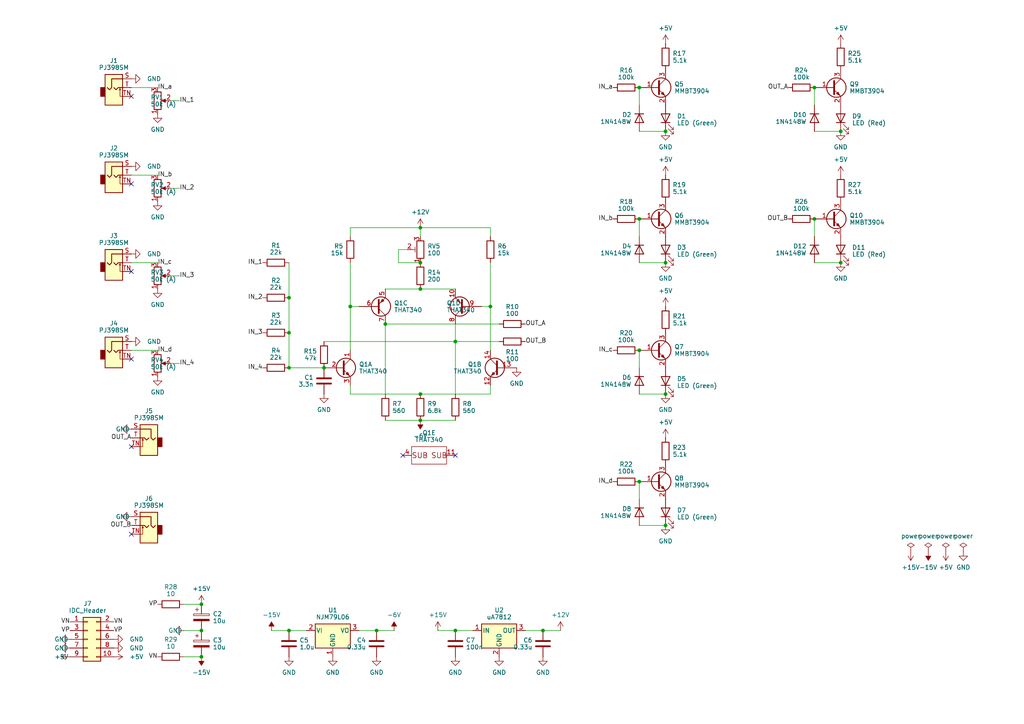
<source format=kicad_sch>
(kicad_sch (version 20211123) (generator "elektron")
  (paper "A4")
  (title_block (title "cp3") (date "26-07-2023") (rev "1") (comment 1 "main circuit") (comment 2 "Moog like discrete mixer") (comment 4 "License CC BY 4.0 - Attribution 4.0 International"))
  (label "IN_1" (at 76.2 76.2 180))
  (symbol (lib_id "Device:R") (at 80.01 76.2 90) (unit 1)
    (property "Reference" "R1" (at 80.01 71.18 -90))
    (property "Value" "22k" (at 80.01 73.18 -90))
    (property "Footprint" Resistor_SMD:R_0805_2012Metric_Pad1.20x1.40mm_HandSolder (effects (hide yes) hide))
    (property "Description" "Resistor" (effects (hide yes)))
    (property "ki_keywords" "R res resistor" (effects (hide yes)))
    (property "ki_fp_filters" "R_*" (effects (hide yes)))
  )
  (wire (pts (xy 83.82 76.2) (xy 83.82 86.36)))
  (junction (at 83.82 86.36))
  (symbol (lib_id "Device:R") (at 80.01 86.36 270) (unit 1)
    (property "Reference" "R2" (at 80.01 81.34 -270))
    (property "Value" "22k" (at 80.01 83.34 -270))
    (property "Footprint" Resistor_SMD:R_0805_2012Metric_Pad1.20x1.40mm_HandSolder (effects (hide yes) hide))
    (property "Description" "Resistor" (effects (hide yes)))
    (property "ki_keywords" "R res resistor" (effects (hide yes)))
    (property "ki_fp_filters" "R_*" (effects (hide yes)))
  )
  (label "IN_2" (at 76.2 86.36 180))
  (wire (pts (xy 83.82 86.36) (xy 83.82 96.52)))
  (junction (at 83.82 96.52))
  (symbol (lib_id "Device:R") (at 80.01 96.52 270) (unit 1)
    (property "Reference" "R3" (at 80.01 91.5 -270))
    (property "Value" "22k" (at 80.01 93.5 -270))
    (property "Footprint" Resistor_SMD:R_0805_2012Metric_Pad1.20x1.40mm_HandSolder (effects (hide yes) hide))
    (property "Description" "Resistor" (effects (hide yes)))
    (property "ki_keywords" "R res resistor" (effects (hide yes)))
    (property "ki_fp_filters" "R_*" (effects (hide yes)))
  )
  (label "IN_3" (at 76.2 96.52 180))
  (wire (pts (xy 83.82 96.52) (xy 83.82 106.68)))
  (junction (at 83.82 106.68))
  (symbol (lib_id "Device:R") (at 80.01 106.68 270) (unit 1)
    (property "Reference" "R4" (at 80.01 101.66 -270))
    (property "Value" "22k" (at 80.01 103.66 -270))
    (property "Footprint" Resistor_SMD:R_0805_2012Metric_Pad1.20x1.40mm_HandSolder (effects (hide yes) hide))
    (property "Description" "Resistor" (effects (hide yes)))
    (property "ki_keywords" "R res resistor" (effects (hide yes)))
    (property "ki_fp_filters" "R_*" (effects (hide yes)))
  )
  (label "IN_4" (at 76.2 106.68 180))
  (wire (pts (xy 83.82 106.68) (xy 93.98 106.68)))
  (junction (at 93.98 106.68))
  (symbol (lib_id "elektrophon:THAT340") (at 99.06 106.68 0) (unit 1)
    (property "Reference" "Q1" (at 104.12 105.68 0) (effects (justify left)))
    (property "Value" "THAT340" (at 104.12 107.68 0) (effects (justify left)))
    (property "Footprint" SOIC-14_3.9x8.7mm_P1.27mm (effects hide))
    (property "ki_fp_filters" "DIP-14 SOIC-14" (effects hide))
    (property "Spice_Netlist_Enabled" "Y" (effects hide))
    (property "Spice_Primitive" "X" (effects hide))
    (property "Spice_Model" "THAT340" (effects hide))
  )
  (wire (pts (xy 101.6 101.6) (xy 101.6 88.9)))
  (junction (at 101.6 88.9))
  (wire (pts (xy 101.6 88.9) (xy 101.6 76.2)))
  (symbol (lib_id "Device:R") (at 101.6 72.39 180) (unit 1)
    (property "Reference" "R5" (at 99.58 71.39 0) (effects (justify left)))
    (property "Value" "15k" (at 99.58 73.39 0) (effects (justify left)))
    (property "Footprint" Resistor_SMD:R_0805_2012Metric_Pad1.20x1.40mm_HandSolder (effects (hide yes) hide))
    (property "Description" "Resistor" (effects (hide yes)))
    (property "ki_keywords" "R res resistor" (effects (hide yes)))
    (property "ki_fp_filters" "R_*" (effects (hide yes)))
  )
  (wire (pts (xy 101.6 68.58) (xy 101.6 66.04)))
  (wire (pts (xy 101.6 66.04) (xy 121.92 66.04)))
  (junction (at 121.92 66.04))
  (symbol (lib_id "power:+12V") (at 121.92 66.04 0) (unit 1)
    (property "Reference" "+12V" (effects (hide yes)))
    (property "Value" "+12V" (at 121.92 61.5 0))
    (property "Description" "Power symbol creates a global label with name \"+12V\"" (effects (hide yes)))
    (property "ki_keywords" "global power" (effects (hide yes)))
  )
  (wire (pts (xy 101.6 88.9) (xy 104.14 88.9)))
  (symbol (lib_id "elektrophon:THAT340") (at 109.22 88.9 0) (unit 3)
    (property "Reference" "Q1" (at 114.28 87.9 0) (effects (justify left)))
    (property "Value" "THAT340" (at 114.28 89.9 0) (effects (justify left)))
    (property "Footprint" SOIC-14_3.9x8.7mm_P1.27mm (effects hide))
    (property "ki_fp_filters" "DIP-14 SOIC-14" (effects hide))
    (property "Spice_Primitive" "X" (effects hide))
    (property "Spice_Netlist_Enabled" "Y" (effects hide))
    (property "Spice_Model" "THAT340" (effects hide))
  )
  (junction (at 111.76 93.98))
  (wire (pts (xy 111.76 93.98) (xy 111.76 114.3)))
  (symbol (lib_id "Device:R") (at 111.76 118.11 0) (unit 1)
    (property "Reference" "R7" (at 113.78 117.11 0) (effects (justify left)))
    (property "Value" "560" (at 113.78 119.11 0) (effects (justify left)))
    (property "Footprint" Resistor_SMD:R_0805_2012Metric_Pad1.20x1.40mm_HandSolder (effects (hide yes) hide))
    (property "Description" "Resistor" (effects (hide yes)))
    (property "ki_keywords" "R res resistor" (effects (hide yes)))
    (property "ki_fp_filters" "R_*" (effects (hide yes)))
  )
  (wire (pts (xy 111.76 83.82) (xy 121.92 83.82)))
  (symbol (lib_id "Device:R") (at 121.92 80.01 180) (unit 1)
    (property "Reference" "R14" (at 123.94 79.00999999999999 0) (effects (justify right)))
    (property "Value" "200" (at 123.94 81.00999999999999 0) (effects (justify right)))
    (property "Footprint" Resistor_SMD:R_0805_2012Metric_Pad1.20x1.40mm_HandSolder (effects (hide yes) hide))
    (property "Description" "Resistor" (effects (hide yes)))
    (property "ki_keywords" "R res resistor" (effects (hide yes)))
    (property "ki_fp_filters" "R_*" (effects (hide yes)))
  )
  (junction (at 121.92 76.2))
  (symbol (lib_id "Device:R_Potentiometer_Trim") (at 121.92 72.39 180) (unit 1)
    (property "Reference" "RV5" (at 123.94 71.39 0) (effects (justify right)))
    (property "Value" "100" (at 123.94 73.39 0) (effects (justify right)))
    (property "Footprint" Potentiometer_THT:Potentiometer_Bourns_3299W_Vertical (effects (hide yes) hide))
    (property "Description" "Trim-potentiometer" (effects (hide yes)))
    (property "ki_keywords" "resistor variable trimpot trimmer" (effects (hide yes)))
    (property "ki_fp_filters" "Potentiometer*" (effects (hide yes)))
    (property "Spice_Primitive" "X" (effects hide))
    (property "Spice_Model" "Potentiometer" (effects hide))
  )
  (wire (pts (xy 118.11 72.39) (xy 115.57 72.39)))
  (wire (pts (xy 115.57 72.39) (xy 115.57 76.2)))
  (wire (pts (xy 115.57 76.2) (xy 121.92 76.2)))
  (wire (pts (xy 121.92 68.58) (xy 121.92 66.04)))
  (wire (pts (xy 121.92 66.04) (xy 142.24 66.04)))
  (wire (pts (xy 142.24 66.04) (xy 142.24 68.58)))
  (symbol (lib_id "Device:R") (at 142.24 72.39 0) (unit 1)
    (property "Reference" "R6" (at 144.26 71.39 0) (effects (justify left)))
    (property "Value" "15k" (at 144.26 73.39 0) (effects (justify left)))
    (property "Footprint" Resistor_SMD:R_0805_2012Metric_Pad1.20x1.40mm_HandSolder (effects (hide yes) hide))
    (property "Description" "Resistor" (effects (hide yes)))
    (property "ki_keywords" "R res resistor" (effects (hide yes)))
    (property "ki_fp_filters" "R_*" (effects (hide yes)))
  )
  (wire (pts (xy 142.24 76.2) (xy 142.24 88.9)))
  (junction (at 142.24 88.9))
  (wire (pts (xy 142.24 88.9) (xy 139.7 88.9)))
  (symbol (lib_id "elektrophon:THAT340") (at 134.62 88.9 0) (mirror y) (unit 4)
    (property "Reference" "Q1" (at 129.56 87.9 0) (effects (justify right)))
    (property "Value" "THAT340" (at 129.56 89.9 0) (effects (justify right)))
    (property "Footprint" SOIC-14_3.9x8.7mm_P1.27mm (effects hide))
    (property "ki_fp_filters" "DIP-14 SOIC-14" (effects hide))
    (property "Spice_Primitive" "X" (effects hide))
    (property "Spice_Model" "THAT340" (effects hide))
    (property "Spice_Netlist_Enabled" "Y" (effects hide))
  )
  (wire (pts (xy 132.08 83.82) (xy 121.92 83.82)))
  (junction (at 121.92 83.82))
  (wire (pts (xy 142.24 88.9) (xy 142.24 101.6)))
  (symbol (lib_id "elektrophon:THAT340") (at 144.78 106.68 180) (mirror x) (unit 2)
    (property "Reference" "Q1" (at 139.72 105.68 0) (effects (justify left)))
    (property "Value" "THAT340" (at 139.72 107.68 0) (effects (justify left)))
    (property "Footprint" SOIC-14_3.9x8.7mm_P1.27mm (effects hide))
    (property "ki_fp_filters" "DIP-14 SOIC-14" (effects hide))
    (property "Spice_Model" "THAT340" (effects hide))
    (property "Spice_Netlist_Enabled" "Y" (effects hide))
    (property "Spice_Primitive" "X" (effects hide))
  )
  (symbol (lib_id "power:GND") (at 149.86 106.68 0) (unit 1)
    (property "Reference" "GND" (effects (hide yes)))
    (property "Value" "GND" (at 149.86 111.22 0))
    (property "Description" "Power symbol creates a global label with name \"GND\" , ground" (effects (hide yes)))
    (property "ki_keywords" "global power" (effects (hide yes)))
  )
  (wire (pts (xy 142.24 111.76) (xy 142.24 114.3)))
  (wire (pts (xy 142.24 114.3) (xy 121.92 114.3)))
  (junction (at 121.92 114.3))
  (wire (pts (xy 121.92 114.3) (xy 101.6 114.3)))
  (wire (pts (xy 101.6 114.3) (xy 101.6 111.76)))
  (symbol (lib_id "Device:R") (at 121.92 118.11 0) (unit 1)
    (property "Reference" "R9" (at 123.94 117.11 0) (effects (justify left)))
    (property "Value" "6.8k" (at 123.94 119.11 0) (effects (justify left)))
    (property "Footprint" Resistor_SMD:R_0805_2012Metric_Pad1.20x1.40mm_HandSolder (effects (hide yes) hide))
    (property "Description" "Resistor" (effects (hide yes)))
    (property "ki_keywords" "R res resistor" (effects (hide yes)))
    (property "ki_fp_filters" "R_*" (effects (hide yes)))
  )
  (junction (at 121.92 121.92))
  (symbol (lib_id "power:-6V") (at 121.92 121.92 180) (unit 1)
    (property "Reference" "-6V" (effects (hide yes)))
    (property "Value" "-6V" (at 121.92 126.46 0))
    (property "Description" "Power symbol creates a global label with name \"-6V\"" (effects (hide yes)))
    (property "ki_keywords" "global power" (effects (hide yes)))
  )
  (wire (pts (xy 132.08 93.98) (xy 132.08 99.06)))
  (junction (at 132.08 99.06))
  (wire (pts (xy 132.08 99.06) (xy 132.08 114.3)))
  (symbol (lib_id "Device:R") (at 132.08 118.11 0) (unit 1)
    (property "Reference" "R8" (at 134.1 117.11 0) (effects (justify left)))
    (property "Value" "560" (at 134.1 119.11 0) (effects (justify left)))
    (property "Footprint" Resistor_SMD:R_0805_2012Metric_Pad1.20x1.40mm_HandSolder (effects (hide yes) hide))
    (property "Description" "Resistor" (effects (hide yes)))
    (property "ki_keywords" "R res resistor" (effects (hide yes)))
    (property "ki_fp_filters" "R_*" (effects (hide yes)))
  )
  (wire (pts (xy 132.08 99.06) (xy 93.98 99.06)))
  (symbol (lib_id "Device:R") (at 93.98 102.87 0) (unit 1)
    (property "Reference" "R15" (at 91.96 101.87 0) (effects (justify right)))
    (property "Value" "47k" (at 91.96 103.87 0) (effects (justify right)))
    (property "Footprint" Resistor_SMD:R_0805_2012Metric_Pad1.20x1.40mm_HandSolder (effects (hide yes) hide))
    (property "Description" "Resistor" (effects (hide yes)))
    (property "ki_keywords" "R res resistor" (effects (hide yes)))
    (property "ki_fp_filters" "R_*" (effects (hide yes)))
  )
  (wire (pts (xy 93.98 106.68) (xy 93.98 106.68)))
  (symbol (lib_id "Device:C") (at 93.98 110.49 0) (unit 1)
    (property "Reference" "C1" (at 90.95 109.49000000000001 0) (effects (justify right)))
    (property "Value" "3.3n" (at 90.95 111.49000000000001 0) (effects (justify right)))
    (property "Footprint" Capacitor_SMD:C_0805_2012Metric_Pad1.18x1.45mm_HandSolder (effects (hide yes) hide))
    (property "Description" "Unpolarized capacitor" (effects (hide yes)))
    (property "ki_keywords" "cap capacitor" (effects (hide yes)))
    (property "ki_fp_filters" "C_*" (effects (hide yes)))
  )
  (symbol (lib_id "power:GND") (at 93.98 114.3 0) (unit 1)
    (property "Reference" "GND" (effects (hide yes)))
    (property "Value" "GND" (at 93.98 118.84 0))
    (property "Description" "Power symbol creates a global label with name \"GND\" , ground" (effects (hide yes)))
    (property "ki_keywords" "global power" (effects (hide yes)))
  )
  (wire (pts (xy 121.92 121.92) (xy 111.76 121.92)))
  (wire (pts (xy 121.92 121.92) (xy 132.08 121.92)))
  (wire (pts (xy 111.76 93.98) (xy 144.78 93.98)))
  (symbol (lib_id "Device:R") (at 148.59 93.98 90) (unit 1)
    (property "Reference" "R10" (at 148.59 88.96 -90))
    (property "Value" "100" (at 148.59 90.96 -90))
    (property "Footprint" Resistor_SMD:R_0805_2012Metric_Pad1.20x1.40mm_HandSolder (effects (hide yes) hide))
    (property "Description" "Resistor" (effects (hide yes)))
    (property "ki_keywords" "R res resistor" (effects (hide yes)))
    (property "ki_fp_filters" "R_*" (effects (hide yes)))
  )
  (label "OUT_A" (at 152.4 93.98 0))
  (wire (pts (xy 132.08 99.06) (xy 144.78 99.06)))
  (symbol (lib_id "Device:R") (at 148.59 99.06 90) (unit 1)
    (property "Reference" "R11" (at 148.59 102.08 90))
    (property "Value" "100" (at 148.59 104.08 90))
    (property "Footprint" Resistor_SMD:R_0805_2012Metric_Pad1.20x1.40mm_HandSolder (effects (hide yes) hide))
    (property "Description" "Resistor" (effects (hide yes)))
    (property "ki_keywords" "R res resistor" (effects (hide yes)))
    (property "ki_fp_filters" "R_*" (effects (hide yes)))
  )
  (label "OUT_B" (at 152.4 99.06 0))
  (symbol (lib_id "Connector_Audio:AudioJack2_SwitchT") (at 33.02 25.4 0) (unit 1)
    (property "Reference" "J1" (at 33.02 17.59 0))
    (property "Value" "PJ398SM" (at 33.02 19.59 0))
    (property "Footprint" elektrophon:Jack_3.5mm_WQP-PJ398SM_Vertical (effects (hide yes) hide))
    (property "Description" "Audio Jack, 2 Poles (Mono / TS), Switched T Pole (Normalling)" (effects (hide yes)))
    (property "ki_keywords" "audio jack receptacle mono headphones phone TS connector" (effects (hide yes)))
    (property "ki_fp_filters" "Jack*" (effects (hide yes)))
  )
  (symbol (lib_id "power:GND") (at 38.1 22.86 90) (unit 1)
    (property "Reference" "GND" (effects (hide yes)))
    (property "Value" "GND" (at 42.64 22.86 90) (effects (justify right)))
    (property "Description" "Power symbol creates a global label with name \"GND\" , ground" (effects (hide yes)))
    (property "ki_keywords" "global power" (effects (hide yes)))
  )
  (wire (pts (xy 38.1 25.4) (xy 40.64 25.4)))
  (wire (pts (xy 40.64 25.4) (xy 45.72 25.4)))
  (label "IN_a" (at 45.72 25.4 0))
  (symbol (lib_id "Device:R_Potentiometer") (at 45.72 29.21 180) (mirror y) (unit 1)
    (property "Reference" "RV1" (at 43.7 28.21 0) (effects (justify left)))
    (property "Value" "50k (A)" (at 43.7 30.21 0) (effects (justify left)))
    (property "Footprint" elektrophon:Potentiometer_Alpha_RD901F-40-00D_Single_Vertical (effects (hide yes) hide))
    (property "Description" "Potentiometer" (effects (hide yes)))
    (property "ki_keywords" "resistor variable" (effects (hide yes)))
    (property "ki_fp_filters" "Potentiometer*" (effects (hide yes)))
    (property "Spice_Model" "Potentiometer" (effects hide))
    (property "Spice_Primitive" "X" (effects hide))
  )
  (wire (pts (xy 49.53 29.21) (xy 52.07 29.21)))
  (label "IN_1" (at 52.07 29.21 0))
  (symbol (lib_id "power:GND") (at 45.72 33.02 0) (unit 1)
    (property "Reference" "GND" (effects (hide yes)))
    (property "Value" "GND" (at 45.72 37.56 0))
    (property "Description" "Power symbol creates a global label with name \"GND\" , ground" (effects (hide yes)))
    (property "ki_keywords" "global power" (effects (hide yes)))
  )
  (no_connect (at 38.1 27.94))
  (symbol (lib_id "Connector_Audio:AudioJack2_SwitchT") (at 33.02 50.8 0) (unit 1)
    (property "Reference" "J2" (at 33.02 42.99 0))
    (property "Value" "PJ398SM" (at 33.02 44.99 0))
    (property "Footprint" elektrophon:Jack_3.5mm_WQP-PJ398SM_Vertical (effects (hide yes) hide))
    (property "Description" "Audio Jack, 2 Poles (Mono / TS), Switched T Pole (Normalling)" (effects (hide yes)))
    (property "ki_keywords" "audio jack receptacle mono headphones phone TS connector" (effects (hide yes)))
    (property "ki_fp_filters" "Jack*" (effects (hide yes)))
  )
  (symbol (lib_id "power:GND") (at 38.1 48.26 90) (unit 1)
    (property "Reference" "GND" (effects (hide yes)))
    (property "Value" "GND" (at 42.64 48.26 90) (effects (justify right)))
    (property "Description" "Power symbol creates a global label with name \"GND\" , ground" (effects (hide yes)))
    (property "ki_keywords" "global power" (effects (hide yes)))
  )
  (wire (pts (xy 38.1 50.8) (xy 40.64 50.8)))
  (wire (pts (xy 40.64 50.8) (xy 45.72 50.8)))
  (label "IN_b" (at 45.72 50.8 0))
  (symbol (lib_id "Device:R_Potentiometer") (at 45.72 54.61 180) (mirror y) (unit 1)
    (property "Reference" "RV2" (at 43.7 53.61 0) (effects (justify left)))
    (property "Value" "50k (A)" (at 43.7 55.61 0) (effects (justify left)))
    (property "Footprint" elektrophon:Potentiometer_Alpha_RD901F-40-00D_Single_Vertical (effects (hide yes) hide))
    (property "Description" "Potentiometer" (effects (hide yes)))
    (property "ki_keywords" "resistor variable" (effects (hide yes)))
    (property "ki_fp_filters" "Potentiometer*" (effects (hide yes)))
    (property "Spice_Model" "Potentiometer" (effects hide))
    (property "Spice_Primitive" "X" (effects hide))
  )
  (wire (pts (xy 49.53 54.61) (xy 52.07 54.61)))
  (label "IN_2" (at 52.07 54.61 0))
  (symbol (lib_id "power:GND") (at 45.72 58.42 0) (unit 1)
    (property "Reference" "GND" (effects (hide yes)))
    (property "Value" "GND" (at 45.72 62.96 0))
    (property "Description" "Power symbol creates a global label with name \"GND\" , ground" (effects (hide yes)))
    (property "ki_keywords" "global power" (effects (hide yes)))
  )
  (no_connect (at 38.1 53.34))
  (symbol (lib_id "Connector_Audio:AudioJack2_SwitchT") (at 33.02 76.2 0) (unit 1)
    (property "Reference" "J3" (at 33.02 68.39 0))
    (property "Value" "PJ398SM" (at 33.02 70.39 0))
    (property "Footprint" elektrophon:Jack_3.5mm_WQP-PJ398SM_Vertical (effects (hide yes) hide))
    (property "Description" "Audio Jack, 2 Poles (Mono / TS), Switched T Pole (Normalling)" (effects (hide yes)))
    (property "ki_keywords" "audio jack receptacle mono headphones phone TS connector" (effects (hide yes)))
    (property "ki_fp_filters" "Jack*" (effects (hide yes)))
  )
  (symbol (lib_id "power:GND") (at 38.1 73.66 90) (unit 1)
    (property "Reference" "GND" (effects (hide yes)))
    (property "Value" "GND" (at 42.64 73.66 90) (effects (justify right)))
    (property "Description" "Power symbol creates a global label with name \"GND\" , ground" (effects (hide yes)))
    (property "ki_keywords" "global power" (effects (hide yes)))
  )
  (wire (pts (xy 38.1 76.2) (xy 40.64 76.2)))
  (wire (pts (xy 40.64 76.2) (xy 45.72 76.2)))
  (label "IN_c" (at 45.72 76.2 0))
  (symbol (lib_id "Device:R_Potentiometer") (at 45.72 80.01 180) (mirror y) (unit 1)
    (property "Reference" "RV3" (at 43.7 79.00999999999999 0) (effects (justify left)))
    (property "Value" "50k (A)" (at 43.7 81.00999999999999 0) (effects (justify left)))
    (property "Footprint" elektrophon:Potentiometer_Alpha_RD901F-40-00D_Single_Vertical (effects (hide yes) hide))
    (property "Description" "Potentiometer" (effects (hide yes)))
    (property "ki_keywords" "resistor variable" (effects (hide yes)))
    (property "ki_fp_filters" "Potentiometer*" (effects (hide yes)))
    (property "Spice_Model" "Potentiometer" (effects hide))
    (property "Spice_Primitive" "X" (effects hide))
  )
  (wire (pts (xy 49.53 80.01) (xy 52.07 80.01)))
  (label "IN_3" (at 52.07 80.01 0))
  (symbol (lib_id "power:GND") (at 45.72 83.82 0) (unit 1)
    (property "Reference" "GND" (effects (hide yes)))
    (property "Value" "GND" (at 45.72 88.36 0))
    (property "Description" "Power symbol creates a global label with name \"GND\" , ground" (effects (hide yes)))
    (property "ki_keywords" "global power" (effects (hide yes)))
  )
  (no_connect (at 38.1 78.74))
  (symbol (lib_id "Connector_Audio:AudioJack2_SwitchT") (at 33.02 101.6 0) (unit 1)
    (property "Reference" "J4" (at 33.02 93.79 0))
    (property "Value" "PJ398SM" (at 33.02 95.79 0))
    (property "Footprint" elektrophon:Jack_3.5mm_WQP-PJ398SM_Vertical (effects (hide yes) hide))
    (property "Description" "Audio Jack, 2 Poles (Mono / TS), Switched T Pole (Normalling)" (effects (hide yes)))
    (property "ki_keywords" "audio jack receptacle mono headphones phone TS connector" (effects (hide yes)))
    (property "ki_fp_filters" "Jack*" (effects (hide yes)))
  )
  (symbol (lib_id "power:GND") (at 38.1 99.06 90) (unit 1)
    (property "Reference" "GND" (effects (hide yes)))
    (property "Value" "GND" (at 42.64 99.06 90) (effects (justify right)))
    (property "Description" "Power symbol creates a global label with name \"GND\" , ground" (effects (hide yes)))
    (property "ki_keywords" "global power" (effects (hide yes)))
  )
  (wire (pts (xy 38.1 101.6) (xy 40.64 101.6)))
  (wire (pts (xy 40.64 101.6) (xy 45.72 101.6)))
  (label "IN_d" (at 45.72 101.6 0))
  (symbol (lib_id "Device:R_Potentiometer") (at 45.72 105.41 180) (mirror y) (unit 1)
    (property "Reference" "RV4" (at 43.7 104.41 0) (effects (justify left)))
    (property "Value" "50k (A)" (at 43.7 106.41 0) (effects (justify left)))
    (property "Footprint" elektrophon:Potentiometer_Alpha_RD901F-40-00D_Single_Vertical (effects (hide yes) hide))
    (property "Description" "Potentiometer" (effects (hide yes)))
    (property "ki_keywords" "resistor variable" (effects (hide yes)))
    (property "ki_fp_filters" "Potentiometer*" (effects (hide yes)))
    (property "Spice_Primitive" "X" (effects hide))
    (property "Spice_Model" "Potentiometer" (effects hide))
  )
  (wire (pts (xy 49.53 105.41) (xy 52.07 105.41)))
  (label "IN_4" (at 52.07 105.41 0))
  (symbol (lib_id "power:GND") (at 45.72 109.22 0) (unit 1)
    (property "Reference" "GND" (effects (hide yes)))
    (property "Value" "GND" (at 45.72 113.76 0))
    (property "Description" "Power symbol creates a global label with name \"GND\" , ground" (effects (hide yes)))
    (property "ki_keywords" "global power" (effects (hide yes)))
  )
  (no_connect (at 38.1 104.14))
  (symbol (lib_id "Connector_Audio:AudioJack2_SwitchT") (at 43.18 127 0) (mirror y) (unit 1)
    (property "Reference" "J5" (at 43.18 119.19 0))
    (property "Value" "PJ398SM" (at 43.18 121.19 0))
    (property "Footprint" elektrophon:Jack_3.5mm_WQP-PJ398SM_Vertical (effects (hide yes) hide))
    (property "Description" "Audio Jack, 2 Poles (Mono / TS), Switched T Pole (Normalling)" (effects (hide yes)))
    (property "ki_keywords" "audio jack receptacle mono headphones phone TS connector" (effects (hide yes)))
    (property "ki_fp_filters" "Jack*" (effects (hide yes)))
  )
  (symbol (lib_id "power:GND") (at 38.1 124.46 270) (unit 1)
    (property "Reference" "GND" (effects (hide yes)))
    (property "Value" "GND" (at 33.56 124.46 -270) (effects (justify left)))
    (property "Description" "Power symbol creates a global label with name \"GND\" , ground" (effects (hide yes)))
    (property "ki_keywords" "global power" (effects (hide yes)))
  )
  (label "OUT_A" (at 38.1 127 180))
  (no_connect (at 38.1 129.54))
  (symbol (lib_id "Connector_Audio:AudioJack2_SwitchT") (at 43.18 152.4 0) (mirror y) (unit 1)
    (property "Reference" "J6" (at 43.18 144.59 0))
    (property "Value" "PJ398SM" (at 43.18 146.59 0))
    (property "Footprint" elektrophon:Jack_3.5mm_WQP-PJ398SM_Vertical (effects (hide yes) hide))
    (property "Description" "Audio Jack, 2 Poles (Mono / TS), Switched T Pole (Normalling)" (effects (hide yes)))
    (property "ki_keywords" "audio jack receptacle mono headphones phone TS connector" (effects (hide yes)))
    (property "ki_fp_filters" "Jack*" (effects (hide yes)))
  )
  (symbol (lib_id "power:GND") (at 38.1 149.86 270) (unit 1)
    (property "Reference" "GND" (effects (hide yes)))
    (property "Value" "GND" (at 33.56 149.86 -270) (effects (justify left)))
    (property "Description" "Power symbol creates a global label with name \"GND\" , ground" (effects (hide yes)))
    (property "ki_keywords" "global power" (effects (hide yes)))
  )
  (label "OUT_B" (at 38.1 152.4 180))
  (no_connect (at 38.1 154.94))
  (symbol (lib_id "elektrophon:THAT340") (at 124.46 132.08 0) (unit 5)
    (property "Reference" "Q1" (at 124.46 125.53999999999999 0))
    (property "Value" "THAT340" (at 124.46 127.53999999999999 0))
    (property "Footprint" SOIC-14_3.9x8.7mm_P1.27mm (effects hide))
    (property "ki_fp_filters" "DIP-14 SOIC-14" (effects hide))
    (property "Spice_Model" "THAT340" (effects hide))
    (property "Spice_Netlist_Enabled" "Y" (effects hide))
    (property "Spice_Primitive" "X" (effects hide))
  )
  (no_connect (at 116.84 132.08))
  (no_connect (at 132.08 132.08))
  (label "IN_a" (at 177.8 25.4 180))
  (symbol (lib_id "Device:R") (at 181.61 25.4 90) (unit 1)
    (property "Reference" "R16" (at 181.61 20.38 -90))
    (property "Value" "100k" (at 181.61 22.38 -90))
    (property "Footprint" Resistor_SMD:R_0805_2012Metric_Pad1.20x1.40mm_HandSolder (effects (hide yes) hide))
    (property "Description" "Resistor" (effects (hide yes)))
    (property "ki_keywords" "R res resistor" (effects (hide yes)))
    (property "ki_fp_filters" "R_*" (effects (hide yes)))
  )
  (junction (at 185.42 25.4))
  (symbol (lib_id "Transistor_BJT:MMBT3904") (at 190.5 25.4 0) (unit 1)
    (property "Reference" "Q5" (at 195.59 24.4 0) (effects (justify left)))
    (property "Value" "MMBT3904" (at 195.59 26.4 0) (effects (justify left)))
    (property "Footprint" Package_TO_SOT_SMD:SOT-23 (effects (hide yes) hide))
    (property "Datasheet" "https://www.onsemi.com/pdf/datasheet/pzt3904-d.pdf" (effects (hide yes)))
    (property "Description" "0.2A Ic, 40V Vce, Small Signal NPN Transistor, SOT-23" (effects (hide yes)))
    (property "ki_keywords" "NPN Transistor" (effects (hide yes)))
    (property "ki_fp_filters" "SOT?23*" (effects (hide yes)))
  )
  (symbol (lib_id "Device:R") (at 193.04 16.51 180) (unit 1)
    (property "Reference" "R17" (at 195.06 15.509999999999998 0) (effects (justify right)))
    (property "Value" "5.1k" (at 195.06 17.509999999999998 0) (effects (justify right)))
    (property "Footprint" Resistor_SMD:R_0805_2012Metric_Pad1.20x1.40mm_HandSolder (effects (hide yes) hide))
    (property "Description" "Resistor" (effects (hide yes)))
    (property "ki_keywords" "R res resistor" (effects (hide yes)))
    (property "ki_fp_filters" "R_*" (effects (hide yes)))
  )
  (symbol (lib_id "power:+5V") (at 193.04 12.7 0) (unit 1)
    (property "Reference" "+5V" (effects (hide yes)))
    (property "Value" "+5V" (at 193.04 8.16 0))
    (property "Description" "Power symbol creates a global label with name \"+5V\"" (effects (hide yes)))
    (property "ki_keywords" "global power" (effects (hide yes)))
  )
  (symbol (lib_id "Device:LED") (at 193.04 34.29 90) (unit 1)
    (property "Reference" "D1" (at 196.33 33.67 -90) (effects (justify left)))
    (property "Value" "LED (Green)" (at 196.33 35.67 -90) (effects (justify left)))
    (property "Footprint" LED_THT:LED_D3.0mm (effects (hide yes) hide))
    (property "Description" "Light emitting diode" (effects (hide yes)))
    (property "ki_keywords" "LED diode" (effects (hide yes)))
    (property "ki_fp_filters" "LED* LED_SMD:* LED_THT:*" (effects (hide yes)))
  )
  (junction (at 193.04 38.1))
  (symbol (lib_id "power:GND") (at 193.04 38.1 0) (unit 1)
    (property "Reference" "GND" (effects (hide yes)))
    (property "Value" "GND" (at 193.04 42.64 0))
    (property "Description" "Power symbol creates a global label with name \"GND\" , ground" (effects (hide yes)))
    (property "ki_keywords" "global power" (effects (hide yes)))
  )
  (wire (pts (xy 193.04 38.1) (xy 185.42 38.1)))
  (symbol (lib_id "Diode:1N4148") (at 185.42 34.29 270) (unit 1)
    (property "Reference" "D2" (at 183.15 33.29 -270) (effects (justify right)))
    (property "Value" "1N4148W" (at 183.15 35.29 -270) (effects (justify right)))
    (property "Footprint" Diode_SMD:D_SOD-123 (effects (hide yes) hide))
    (property "Datasheet" "https://assets.nexperia.com/documents/data-sheet/1N4148_1N4448.pdf" (effects (hide yes)))
    (property "Description" "100V 0.15A standard switching diode, DO-35" (effects (hide yes)))
    (property "Sim.Device" "D" (effects (hide yes)))
    (property "Sim.Pins" "1=K 2=A" (effects (hide yes)))
    (property "ki_keywords" "diode" (effects (hide yes)))
    (property "ki_fp_filters" "D*DO?35*" (effects (hide yes)))
  )
  (wire (pts (xy 185.42 30.48) (xy 185.42 25.4)))
  (label "IN_b" (at 177.8 63.5 180))
  (symbol (lib_id "Device:R") (at 181.61 63.5 90) (unit 1)
    (property "Reference" "R18" (at 181.61 58.48 -90))
    (property "Value" "100k" (at 181.61 60.48 -90))
    (property "Footprint" Resistor_SMD:R_0805_2012Metric_Pad1.20x1.40mm_HandSolder (effects (hide yes) hide))
    (property "Description" "Resistor" (effects (hide yes)))
    (property "ki_keywords" "R res resistor" (effects (hide yes)))
    (property "ki_fp_filters" "R_*" (effects (hide yes)))
  )
  (junction (at 185.42 63.5))
  (symbol (lib_id "Transistor_BJT:MMBT3904") (at 190.5 63.5 0) (unit 1)
    (property "Reference" "Q6" (at 195.59 62.5 0) (effects (justify left)))
    (property "Value" "MMBT3904" (at 195.59 64.5 0) (effects (justify left)))
    (property "Footprint" Package_TO_SOT_SMD:SOT-23 (effects (hide yes) hide))
    (property "Datasheet" "https://www.onsemi.com/pdf/datasheet/pzt3904-d.pdf" (effects (hide yes)))
    (property "Description" "0.2A Ic, 40V Vce, Small Signal NPN Transistor, SOT-23" (effects (hide yes)))
    (property "ki_keywords" "NPN Transistor" (effects (hide yes)))
    (property "ki_fp_filters" "SOT?23*" (effects (hide yes)))
  )
  (symbol (lib_id "Device:R") (at 193.04 54.61 180) (unit 1)
    (property "Reference" "R19" (at 195.06 53.61 0) (effects (justify right)))
    (property "Value" "5.1k" (at 195.06 55.61 0) (effects (justify right)))
    (property "Footprint" Resistor_SMD:R_0805_2012Metric_Pad1.20x1.40mm_HandSolder (effects (hide yes) hide))
    (property "Description" "Resistor" (effects (hide yes)))
    (property "ki_keywords" "R res resistor" (effects (hide yes)))
    (property "ki_fp_filters" "R_*" (effects (hide yes)))
  )
  (symbol (lib_id "power:+5V") (at 193.04 50.8 0) (unit 1)
    (property "Reference" "+5V" (effects (hide yes)))
    (property "Value" "+5V" (at 193.04 46.26 0))
    (property "Description" "Power symbol creates a global label with name \"+5V\"" (effects (hide yes)))
    (property "ki_keywords" "global power" (effects (hide yes)))
  )
  (symbol (lib_id "Device:LED") (at 193.04 72.39 90) (unit 1)
    (property "Reference" "D3" (at 196.33 71.77 -90) (effects (justify left)))
    (property "Value" "LED (Green)" (at 196.33 73.77 -90) (effects (justify left)))
    (property "Footprint" LED_THT:LED_D3.0mm (effects (hide yes) hide))
    (property "Description" "Light emitting diode" (effects (hide yes)))
    (property "ki_keywords" "LED diode" (effects (hide yes)))
    (property "ki_fp_filters" "LED* LED_SMD:* LED_THT:*" (effects (hide yes)))
  )
  (junction (at 193.04 76.2))
  (symbol (lib_id "power:GND") (at 193.04 76.2 0) (unit 1)
    (property "Reference" "GND" (effects (hide yes)))
    (property "Value" "GND" (at 193.04 80.74 0))
    (property "Description" "Power symbol creates a global label with name \"GND\" , ground" (effects (hide yes)))
    (property "ki_keywords" "global power" (effects (hide yes)))
  )
  (wire (pts (xy 193.04 76.2) (xy 185.42 76.2)))
  (symbol (lib_id "Diode:1N4148") (at 185.42 72.39 270) (unit 1)
    (property "Reference" "D4" (at 183.15 71.39 -270) (effects (justify right)))
    (property "Value" "1N4148W" (at 183.15 73.39 -270) (effects (justify right)))
    (property "Footprint" Diode_SMD:D_SOD-123 (effects (hide yes) hide))
    (property "Datasheet" "https://assets.nexperia.com/documents/data-sheet/1N4148_1N4448.pdf" (effects (hide yes)))
    (property "Description" "100V 0.15A standard switching diode, DO-35" (effects (hide yes)))
    (property "Sim.Device" "D" (effects (hide yes)))
    (property "Sim.Pins" "1=K 2=A" (effects (hide yes)))
    (property "ki_keywords" "diode" (effects (hide yes)))
    (property "ki_fp_filters" "D*DO?35*" (effects (hide yes)))
  )
  (wire (pts (xy 185.42 68.58) (xy 185.42 63.5)))
  (label "IN_c" (at 177.8 101.6 180))
  (symbol (lib_id "Device:R") (at 181.61 101.6 90) (unit 1)
    (property "Reference" "R20" (at 181.61 96.58 -90))
    (property "Value" "100k" (at 181.61 98.58 -90))
    (property "Footprint" Resistor_SMD:R_0805_2012Metric_Pad1.20x1.40mm_HandSolder (effects (hide yes) hide))
    (property "Description" "Resistor" (effects (hide yes)))
    (property "ki_keywords" "R res resistor" (effects (hide yes)))
    (property "ki_fp_filters" "R_*" (effects (hide yes)))
  )
  (junction (at 185.42 101.6))
  (symbol (lib_id "Transistor_BJT:MMBT3904") (at 190.5 101.6 0) (unit 1)
    (property "Reference" "Q7" (at 195.59 100.6 0) (effects (justify left)))
    (property "Value" "MMBT3904" (at 195.59 102.6 0) (effects (justify left)))
    (property "Footprint" Package_TO_SOT_SMD:SOT-23 (effects (hide yes) hide))
    (property "Datasheet" "https://www.onsemi.com/pdf/datasheet/pzt3904-d.pdf" (effects (hide yes)))
    (property "Description" "0.2A Ic, 40V Vce, Small Signal NPN Transistor, SOT-23" (effects (hide yes)))
    (property "ki_keywords" "NPN Transistor" (effects (hide yes)))
    (property "ki_fp_filters" "SOT?23*" (effects (hide yes)))
  )
  (symbol (lib_id "Device:R") (at 193.04 92.71 180) (unit 1)
    (property "Reference" "R21" (at 195.06 91.71000000000001 0) (effects (justify right)))
    (property "Value" "5.1k" (at 195.06 93.71000000000001 0) (effects (justify right)))
    (property "Footprint" Resistor_SMD:R_0805_2012Metric_Pad1.20x1.40mm_HandSolder (effects (hide yes) hide))
    (property "Description" "Resistor" (effects (hide yes)))
    (property "ki_keywords" "R res resistor" (effects (hide yes)))
    (property "ki_fp_filters" "R_*" (effects (hide yes)))
  )
  (symbol (lib_id "power:+5V") (at 193.04 88.9 0) (unit 1)
    (property "Reference" "+5V" (effects (hide yes)))
    (property "Value" "+5V" (at 193.04 84.36 0))
    (property "Description" "Power symbol creates a global label with name \"+5V\"" (effects (hide yes)))
    (property "ki_keywords" "global power" (effects (hide yes)))
  )
  (symbol (lib_id "Device:LED") (at 193.04 110.49 90) (unit 1)
    (property "Reference" "D5" (at 196.33 109.87 -90) (effects (justify left)))
    (property "Value" "LED (Green)" (at 196.33 111.87 -90) (effects (justify left)))
    (property "Footprint" LED_THT:LED_D3.0mm (effects (hide yes) hide))
    (property "Description" "Light emitting diode" (effects (hide yes)))
    (property "ki_keywords" "LED diode" (effects (hide yes)))
    (property "ki_fp_filters" "LED* LED_SMD:* LED_THT:*" (effects (hide yes)))
  )
  (junction (at 193.04 114.3))
  (symbol (lib_id "power:GND") (at 193.04 114.3 0) (unit 1)
    (property "Reference" "GND" (effects (hide yes)))
    (property "Value" "GND" (at 193.04 118.84 0))
    (property "Description" "Power symbol creates a global label with name \"GND\" , ground" (effects (hide yes)))
    (property "ki_keywords" "global power" (effects (hide yes)))
  )
  (wire (pts (xy 193.04 114.3) (xy 185.42 114.3)))
  (symbol (lib_id "Diode:1N4148") (at 185.42 110.49 270) (unit 1)
    (property "Reference" "D6" (at 183.15 109.49000000000001 -270) (effects (justify right)))
    (property "Value" "1N4148W" (at 183.15 111.49000000000001 -270) (effects (justify right)))
    (property "Footprint" Diode_SMD:D_SOD-123 (effects (hide yes) hide))
    (property "Datasheet" "https://assets.nexperia.com/documents/data-sheet/1N4148_1N4448.pdf" (effects (hide yes)))
    (property "Description" "100V 0.15A standard switching diode, DO-35" (effects (hide yes)))
    (property "Sim.Device" "D" (effects (hide yes)))
    (property "Sim.Pins" "1=K 2=A" (effects (hide yes)))
    (property "ki_keywords" "diode" (effects (hide yes)))
    (property "ki_fp_filters" "D*DO?35*" (effects (hide yes)))
  )
  (wire (pts (xy 185.42 106.68) (xy 185.42 101.6)))
  (label "IN_d" (at 177.8 139.7 180))
  (symbol (lib_id "Device:R") (at 181.61 139.7 90) (unit 1)
    (property "Reference" "R22" (at 181.61 134.68 -90))
    (property "Value" "100k" (at 181.61 136.68 -90))
    (property "Footprint" Resistor_SMD:R_0805_2012Metric_Pad1.20x1.40mm_HandSolder (effects (hide yes) hide))
    (property "Description" "Resistor" (effects (hide yes)))
    (property "ki_keywords" "R res resistor" (effects (hide yes)))
    (property "ki_fp_filters" "R_*" (effects (hide yes)))
  )
  (junction (at 185.42 139.7))
  (symbol (lib_id "Transistor_BJT:MMBT3904") (at 190.5 139.7 0) (unit 1)
    (property "Reference" "Q8" (at 195.59 138.7 0) (effects (justify left)))
    (property "Value" "MMBT3904" (at 195.59 140.7 0) (effects (justify left)))
    (property "Footprint" Package_TO_SOT_SMD:SOT-23 (effects (hide yes) hide))
    (property "Datasheet" "https://www.onsemi.com/pdf/datasheet/pzt3904-d.pdf" (effects (hide yes)))
    (property "Description" "0.2A Ic, 40V Vce, Small Signal NPN Transistor, SOT-23" (effects (hide yes)))
    (property "ki_keywords" "NPN Transistor" (effects (hide yes)))
    (property "ki_fp_filters" "SOT?23*" (effects (hide yes)))
  )
  (symbol (lib_id "Device:R") (at 193.04 130.81 180) (unit 1)
    (property "Reference" "R23" (at 195.06 129.81 0) (effects (justify right)))
    (property "Value" "5.1k" (at 195.06 131.81 0) (effects (justify right)))
    (property "Footprint" Resistor_SMD:R_0805_2012Metric_Pad1.20x1.40mm_HandSolder (effects (hide yes) hide))
    (property "Description" "Resistor" (effects (hide yes)))
    (property "ki_keywords" "R res resistor" (effects (hide yes)))
    (property "ki_fp_filters" "R_*" (effects (hide yes)))
  )
  (symbol (lib_id "power:+5V") (at 193.04 127 0) (unit 1)
    (property "Reference" "+5V" (effects (hide yes)))
    (property "Value" "+5V" (at 193.04 122.46 0))
    (property "Description" "Power symbol creates a global label with name \"+5V\"" (effects (hide yes)))
    (property "ki_keywords" "global power" (effects (hide yes)))
  )
  (symbol (lib_id "Device:LED") (at 193.04 148.59 90) (unit 1)
    (property "Reference" "D7" (at 196.33 147.97 -90) (effects (justify left)))
    (property "Value" "LED (Green)" (at 196.33 149.97 -90) (effects (justify left)))
    (property "Footprint" LED_THT:LED_D3.0mm (effects (hide yes) hide))
    (property "Description" "Light emitting diode" (effects (hide yes)))
    (property "ki_keywords" "LED diode" (effects (hide yes)))
    (property "ki_fp_filters" "LED* LED_SMD:* LED_THT:*" (effects (hide yes)))
  )
  (junction (at 193.04 152.4))
  (symbol (lib_id "power:GND") (at 193.04 152.4 0) (unit 1)
    (property "Reference" "GND" (effects (hide yes)))
    (property "Value" "GND" (at 193.04 156.94 0))
    (property "Description" "Power symbol creates a global label with name \"GND\" , ground" (effects (hide yes)))
    (property "ki_keywords" "global power" (effects (hide yes)))
  )
  (wire (pts (xy 193.04 152.4) (xy 185.42 152.4)))
  (symbol (lib_id "Diode:1N4148") (at 185.42 148.59 270) (unit 1)
    (property "Reference" "D8" (at 183.15 147.59 -270) (effects (justify right)))
    (property "Value" "1N4148W" (at 183.15 149.59 -270) (effects (justify right)))
    (property "Footprint" Diode_SMD:D_SOD-123 (effects (hide yes) hide))
    (property "Datasheet" "https://assets.nexperia.com/documents/data-sheet/1N4148_1N4448.pdf" (effects (hide yes)))
    (property "Description" "100V 0.15A standard switching diode, DO-35" (effects (hide yes)))
    (property "Sim.Device" "D" (effects (hide yes)))
    (property "Sim.Pins" "1=K 2=A" (effects (hide yes)))
    (property "ki_keywords" "diode" (effects (hide yes)))
    (property "ki_fp_filters" "D*DO?35*" (effects (hide yes)))
  )
  (wire (pts (xy 185.42 144.78) (xy 185.42 139.7)))
  (label "OUT_A" (at 228.6 25.4 180))
  (symbol (lib_id "Device:R") (at 232.41 25.4 90) (unit 1)
    (property "Reference" "R24" (at 232.41 20.38 -90))
    (property "Value" "100k" (at 232.41 22.38 -90))
    (property "Footprint" Resistor_SMD:R_0805_2012Metric_Pad1.20x1.40mm_HandSolder (effects (hide yes) hide))
    (property "Description" "Resistor" (effects (hide yes)))
    (property "ki_keywords" "R res resistor" (effects (hide yes)))
    (property "ki_fp_filters" "R_*" (effects (hide yes)))
  )
  (junction (at 236.22 25.4))
  (symbol (lib_id "Transistor_BJT:MMBT3904") (at 241.3 25.4 0) (unit 1)
    (property "Reference" "Q9" (at 246.39 24.4 0) (effects (justify left)))
    (property "Value" "MMBT3904" (at 246.39 26.4 0) (effects (justify left)))
    (property "Footprint" Package_TO_SOT_SMD:SOT-23 (effects (hide yes) hide))
    (property "Datasheet" "https://www.onsemi.com/pdf/datasheet/pzt3904-d.pdf" (effects (hide yes)))
    (property "Description" "0.2A Ic, 40V Vce, Small Signal NPN Transistor, SOT-23" (effects (hide yes)))
    (property "ki_keywords" "NPN Transistor" (effects (hide yes)))
    (property "ki_fp_filters" "SOT?23*" (effects (hide yes)))
  )
  (symbol (lib_id "Device:R") (at 243.84 16.51 180) (unit 1)
    (property "Reference" "R25" (at 245.86 15.509999999999998 0) (effects (justify right)))
    (property "Value" "5.1k" (at 245.86 17.509999999999998 0) (effects (justify right)))
    (property "Footprint" Resistor_SMD:R_0805_2012Metric_Pad1.20x1.40mm_HandSolder (effects (hide yes) hide))
    (property "Description" "Resistor" (effects (hide yes)))
    (property "ki_keywords" "R res resistor" (effects (hide yes)))
    (property "ki_fp_filters" "R_*" (effects (hide yes)))
  )
  (symbol (lib_id "power:+5V") (at 243.84 12.7 0) (unit 1)
    (property "Reference" "+5V" (effects (hide yes)))
    (property "Value" "+5V" (at 243.84 8.16 0))
    (property "Description" "Power symbol creates a global label with name \"+5V\"" (effects (hide yes)))
    (property "ki_keywords" "global power" (effects (hide yes)))
  )
  (symbol (lib_id "Device:LED") (at 243.84 34.29 90) (unit 1)
    (property "Reference" "D9" (at 247.13 33.67 -90) (effects (justify left)))
    (property "Value" "LED (Red)" (at 247.13 35.67 -90) (effects (justify left)))
    (property "Footprint" LED_THT:LED_D3.0mm (effects (hide yes) hide))
    (property "Description" "Light emitting diode" (effects (hide yes)))
    (property "ki_keywords" "LED diode" (effects (hide yes)))
    (property "ki_fp_filters" "LED* LED_SMD:* LED_THT:*" (effects (hide yes)))
  )
  (junction (at 243.84 38.1))
  (symbol (lib_id "power:GND") (at 243.84 38.1 0) (unit 1)
    (property "Reference" "GND" (effects (hide yes)))
    (property "Value" "GND" (at 243.84 42.64 0))
    (property "Description" "Power symbol creates a global label with name \"GND\" , ground" (effects (hide yes)))
    (property "ki_keywords" "global power" (effects (hide yes)))
  )
  (wire (pts (xy 243.84 38.1) (xy 236.22 38.1)))
  (symbol (lib_id "Diode:1N4148") (at 236.22 34.29 270) (unit 1)
    (property "Reference" "D10" (at 233.95 33.29 -270) (effects (justify right)))
    (property "Value" "1N4148W" (at 233.95 35.29 -270) (effects (justify right)))
    (property "Footprint" Diode_SMD:D_SOD-123 (effects (hide yes) hide))
    (property "Datasheet" "https://assets.nexperia.com/documents/data-sheet/1N4148_1N4448.pdf" (effects (hide yes)))
    (property "Description" "100V 0.15A standard switching diode, DO-35" (effects (hide yes)))
    (property "Sim.Device" "D" (effects (hide yes)))
    (property "Sim.Pins" "1=K 2=A" (effects (hide yes)))
    (property "ki_keywords" "diode" (effects (hide yes)))
    (property "ki_fp_filters" "D*DO?35*" (effects (hide yes)))
  )
  (wire (pts (xy 236.22 30.48) (xy 236.22 25.4)))
  (label "OUT_B" (at 228.6 63.5 180))
  (symbol (lib_id "Device:R") (at 232.41 63.5 90) (unit 1)
    (property "Reference" "R26" (at 232.41 58.48 -90))
    (property "Value" "100k" (at 232.41 60.48 -90))
    (property "Footprint" Resistor_SMD:R_0805_2012Metric_Pad1.20x1.40mm_HandSolder (effects (hide yes) hide))
    (property "Description" "Resistor" (effects (hide yes)))
    (property "ki_keywords" "R res resistor" (effects (hide yes)))
    (property "ki_fp_filters" "R_*" (effects (hide yes)))
  )
  (junction (at 236.22 63.5))
  (symbol (lib_id "Transistor_BJT:MMBT3904") (at 241.3 63.5 0) (unit 1)
    (property "Reference" "Q10" (at 246.39 62.5 0) (effects (justify left)))
    (property "Value" "MMBT3904" (at 246.39 64.5 0) (effects (justify left)))
    (property "Footprint" Package_TO_SOT_SMD:SOT-23 (effects (hide yes) hide))
    (property "Datasheet" "https://www.onsemi.com/pdf/datasheet/pzt3904-d.pdf" (effects (hide yes)))
    (property "Description" "0.2A Ic, 40V Vce, Small Signal NPN Transistor, SOT-23" (effects (hide yes)))
    (property "ki_keywords" "NPN Transistor" (effects (hide yes)))
    (property "ki_fp_filters" "SOT?23*" (effects (hide yes)))
  )
  (symbol (lib_id "Device:R") (at 243.84 54.61 180) (unit 1)
    (property "Reference" "R27" (at 245.86 53.61 0) (effects (justify right)))
    (property "Value" "5.1k" (at 245.86 55.61 0) (effects (justify right)))
    (property "Footprint" Resistor_SMD:R_0805_2012Metric_Pad1.20x1.40mm_HandSolder (effects (hide yes) hide))
    (property "Description" "Resistor" (effects (hide yes)))
    (property "ki_keywords" "R res resistor" (effects (hide yes)))
    (property "ki_fp_filters" "R_*" (effects (hide yes)))
  )
  (symbol (lib_id "power:+5V") (at 243.84 50.8 0) (unit 1)
    (property "Reference" "+5V" (effects (hide yes)))
    (property "Value" "+5V" (at 243.84 46.26 0))
    (property "Description" "Power symbol creates a global label with name \"+5V\"" (effects (hide yes)))
    (property "ki_keywords" "global power" (effects (hide yes)))
  )
  (symbol (lib_id "Device:LED") (at 243.84 72.39 90) (unit 1)
    (property "Reference" "D11" (at 247.13 71.77 -90) (effects (justify left)))
    (property "Value" "LED (Red)" (at 247.13 73.77 -90) (effects (justify left)))
    (property "Footprint" LED_THT:LED_D3.0mm (effects (hide yes) hide))
    (property "Description" "Light emitting diode" (effects (hide yes)))
    (property "ki_keywords" "LED diode" (effects (hide yes)))
    (property "ki_fp_filters" "LED* LED_SMD:* LED_THT:*" (effects (hide yes)))
  )
  (junction (at 243.84 76.2))
  (symbol (lib_id "power:GND") (at 243.84 76.2 0) (unit 1)
    (property "Reference" "GND" (effects (hide yes)))
    (property "Value" "GND" (at 243.84 80.74 0))
    (property "Description" "Power symbol creates a global label with name \"GND\" , ground" (effects (hide yes)))
    (property "ki_keywords" "global power" (effects (hide yes)))
  )
  (wire (pts (xy 243.84 76.2) (xy 236.22 76.2)))
  (symbol (lib_id "Diode:1N4148") (at 236.22 72.39 270) (unit 1)
    (property "Reference" "D12" (at 233.95 71.39 -270) (effects (justify right)))
    (property "Value" "1N4148W" (at 233.95 73.39 -270) (effects (justify right)))
    (property "Footprint" Diode_SMD:D_SOD-123 (effects (hide yes) hide))
    (property "Datasheet" "https://assets.nexperia.com/documents/data-sheet/1N4148_1N4448.pdf" (effects (hide yes)))
    (property "Description" "100V 0.15A standard switching diode, DO-35" (effects (hide yes)))
    (property "Sim.Device" "D" (effects (hide yes)))
    (property "Sim.Pins" "1=K 2=A" (effects (hide yes)))
    (property "ki_keywords" "diode" (effects (hide yes)))
    (property "ki_fp_filters" "D*DO?35*" (effects (hide yes)))
  )
  (wire (pts (xy 236.22 68.58) (xy 236.22 63.5)))
  (symbol (lib_id "Connector_Generic:Conn_02x05_Odd_Even") (at 25.4 185.42 0) (unit 1)
    (property "Reference" "J7" (at 25.4 175.07 0))
    (property "Value" "IDC_Header" (at 25.4 177.07 0))
    (property "Footprint" Connector_IDC:IDC-Header_2x05_P2.54mm_Vertical (effects (hide yes) hide))
    (property "Description" "Generic connector, double row, 02x05, odd/even pin numbering scheme (row 1 odd numbers, row 2 even numbers), script generated (kicad-library-utils/schlib/autogen/connector/)" (effects (hide yes)))
    (property "ki_keywords" "connector" (effects (hide yes)))
    (property "ki_fp_filters" "Connector*:*_2x??_*" (effects (hide yes)))
    (property "Spice_Netlist_Enabled" "false" (effects hide))
  )
  (symbol (lib_id "power:+5V") (at 33.02 190.5 270) (unit 1)
    (property "Reference" "+5V" (effects (hide yes)))
    (property "Value" "+5V" (at 37.56 190.5 270) (effects (justify right)))
    (property "Description" "Power symbol creates a global label with name \"+5V\"" (effects (hide yes)))
    (property "ki_keywords" "global power" (effects (hide yes)))
  )
  (symbol (lib_id "power:+5V") (at 20.32 190.5 90) (unit 1)
    (property "Reference" "+5V" (effects (hide yes)))
    (property "Value" "+5V" (at 15.780000000000001 190.5 -90) (effects (justify left)))
    (property "Description" "Power symbol creates a global label with name \"+5V\"" (effects (hide yes)))
    (property "ki_keywords" "global power" (effects (hide yes)))
  )
  (symbol (lib_id "power:GND") (at 33.02 185.42 90) (unit 1)
    (property "Reference" "GND" (effects (hide yes)))
    (property "Value" "GND" (at 37.56 185.42 90) (effects (justify right)))
    (property "Description" "Power symbol creates a global label with name \"GND\" , ground" (effects (hide yes)))
    (property "ki_keywords" "global power" (effects (hide yes)))
  )
  (symbol (lib_id "power:GND") (at 33.02 187.96 90) (unit 1)
    (property "Reference" "GND" (effects (hide yes)))
    (property "Value" "GND" (at 37.56 187.96 90) (effects (justify right)))
    (property "Description" "Power symbol creates a global label with name \"GND\" , ground" (effects (hide yes)))
    (property "ki_keywords" "global power" (effects (hide yes)))
  )
  (symbol (lib_id "power:GND") (at 20.32 185.42 270) (unit 1)
    (property "Reference" "GND" (effects (hide yes)))
    (property "Value" "GND" (at 15.780000000000001 185.42 -270) (effects (justify left)))
    (property "Description" "Power symbol creates a global label with name \"GND\" , ground" (effects (hide yes)))
    (property "ki_keywords" "global power" (effects (hide yes)))
  )
  (symbol (lib_id "power:GND") (at 20.32 187.96 270) (unit 1)
    (property "Reference" "GND" (effects (hide yes)))
    (property "Value" "GND" (at 15.780000000000001 187.96 -270) (effects (justify left)))
    (property "Description" "Power symbol creates a global label with name \"GND\" , ground" (effects (hide yes)))
    (property "ki_keywords" "global power" (effects (hide yes)))
  )
  (label "VP" (at 20.32 182.88 180))
  (label "VP" (at 33.02 182.88 0))
  (label "VN" (at 20.32 180.34 180))
  (label "VN" (at 33.02 180.34 0))
  (label "VP" (at 45.72 175.26 180))
  (symbol (lib_id "Device:R") (at 49.53 175.26 90) (unit 1)
    (property "Reference" "R28" (at 49.53 170.24 -90))
    (property "Value" "10" (at 49.53 172.24 -90))
    (property "Footprint" Resistor_THT:R_Axial_DIN0204_L3.6mm_D1.6mm_P5.08mm_Horizontal (effects (hide yes) hide))
    (property "Description" "Resistor" (effects (hide yes)))
    (property "ki_keywords" "R res resistor" (effects (hide yes)))
    (property "ki_fp_filters" "R_*" (effects (hide yes)))
  )
  (wire (pts (xy 53.34 175.26) (xy 58.42 175.26)))
  (junction (at 58.42 175.26))
  (symbol (lib_id "power:+15V") (at 58.42 175.26 0) (unit 1)
    (property "Reference" "+15V" (effects (hide yes)))
    (property "Value" "+15V" (at 58.42 170.72 0))
    (property "Description" "Power symbol creates a global label with name \"+15V\"" (effects (hide yes)))
    (property "ki_keywords" "global power" (effects (hide yes)))
  )
  (symbol (lib_id "Device:C_Polarized") (at 58.42 179.07 0) (unit 1)
    (property "Reference" "C2" (at 61.71 178.07 0) (effects (justify left)))
    (property "Value" "10u" (at 61.71 180.07 0) (effects (justify left)))
    (property "Footprint" Capacitor_THT:CP_Radial_D5.0mm_P2.50mm (effects (hide yes) hide))
    (property "Description" "Polarized capacitor" (effects (hide yes)))
    (property "ki_keywords" "cap capacitor" (effects (hide yes)))
    (property "ki_fp_filters" "CP_*" (effects (hide yes)))
  )
  (junction (at 58.42 182.88))
  (symbol (lib_id "Device:C_Polarized") (at 58.42 186.69 0) (unit 1)
    (property "Reference" "C3" (at 61.71 185.69 0) (effects (justify left)))
    (property "Value" "10u" (at 61.71 187.69 0) (effects (justify left)))
    (property "Footprint" Capacitor_THT:CP_Radial_D5.0mm_P2.50mm (effects (hide yes) hide))
    (property "Description" "Polarized capacitor" (effects (hide yes)))
    (property "ki_keywords" "cap capacitor" (effects (hide yes)))
    (property "ki_fp_filters" "CP_*" (effects (hide yes)))
  )
  (junction (at 58.42 190.5))
  (wire (pts (xy 58.42 190.5) (xy 53.34 190.5)))
  (symbol (lib_id "Device:R") (at 49.53 190.5 270) (unit 1)
    (property "Reference" "R29" (at 49.53 185.48 -270))
    (property "Value" "10" (at 49.53 187.48 -270))
    (property "Footprint" Resistor_THT:R_Axial_DIN0204_L3.6mm_D1.6mm_P5.08mm_Horizontal (effects (hide yes) hide))
    (property "Description" "Resistor" (effects (hide yes)))
    (property "ki_keywords" "R res resistor" (effects (hide yes)))
    (property "ki_fp_filters" "R_*" (effects (hide yes)))
  )
  (label "VN" (at 45.72 190.5 180))
  (symbol (lib_id "power:-15V") (at 58.42 190.5 180) (unit 1)
    (property "Reference" "-15V" (effects (hide yes)))
    (property "Value" "-15V" (at 58.42 195.04 0))
    (property "Description" "Power symbol creates a global label with name \"-15V\"" (effects (hide yes)))
    (property "ki_keywords" "global power" (effects (hide yes)))
  )
  (wire (pts (xy 58.42 182.88) (xy 53.34 182.88)))
  (symbol (lib_id "power:GND") (at 53.34 182.88 270) (unit 1)
    (property "Reference" "GND" (effects (hide yes)))
    (property "Value" "GND" (at 48.8 182.88 -270) (effects (justify left)))
    (property "Description" "Power symbol creates a global label with name \"GND\" , ground" (effects (hide yes)))
    (property "ki_keywords" "global power" (effects (hide yes)))
  )
  (symbol (lib_id "elektrophon:NJM79L00S") (at 96.52 182.88 0) (unit 1)
    (property "Reference" "U1" (at 96.52 176.97 0))
    (property "Value" "NJM79L06" (at 96.52 178.97 0))
    (property "Footprint" Package_TO_SOT_SMD:SOT-89-3 (effects hide))
    (property "Datasheet" "https://www.mouser.ch/datasheet/2/294/NJM79L00S_E-1859990.pdf" (effects hide))
    (property "ki_keywords" "linear regulator ldo fixed positive" (effects hide))
    (property "ki_description" "3-TERMINAL NEGATIVE VOLTAGE REGULTOR" (effects hide))
    (property "ki_fp_filters" "TO?252*TabPin2*" (effects hide))
  )
  (wire (pts (xy 88.9 182.88) (xy 83.82 182.88)))
  (junction (at 83.82 182.88))
  (wire (pts (xy 83.82 182.88) (xy 78.74 182.88)))
  (symbol (lib_id "power:-15V") (at 78.74 182.88 0) (unit 1)
    (property "Reference" "-15V" (effects (hide yes)))
    (property "Value" "-15V" (at 78.74 178.34 0))
    (property "Description" "Power symbol creates a global label with name \"-15V\"" (effects (hide yes)))
    (property "ki_keywords" "global power" (effects (hide yes)))
  )
  (wire (pts (xy 104.14 182.88) (xy 109.22 182.88)))
  (junction (at 109.22 182.88))
  (wire (pts (xy 109.22 182.88) (xy 114.3 182.88)))
  (symbol (lib_id "power:-6V") (at 114.3 182.88 0) (unit 1)
    (property "Reference" "-6V" (effects (hide yes)))
    (property "Value" "-6V" (at 114.3 178.34 0))
    (property "Description" "Power symbol creates a global label with name \"-6V\"" (effects (hide yes)))
    (property "ki_keywords" "global power" (effects (hide yes)))
  )
  (symbol (lib_id "Device:C") (at 109.22 186.69 0) (unit 1)
    (property "Reference" "C4" (at 106.19 185.69 0) (effects (justify right)))
    (property "Value" "0.33u" (at 106.19 187.69 0) (effects (justify right)))
    (property "Footprint" Capacitor_SMD:C_1206_3216Metric_Pad1.33x1.80mm_HandSolder (effects (hide yes) hide))
    (property "Description" "Unpolarized capacitor" (effects (hide yes)))
    (property "ki_keywords" "cap capacitor" (effects (hide yes)))
    (property "ki_fp_filters" "C_*" (effects (hide yes)))
  )
  (symbol (lib_id "power:GND") (at 109.22 190.5 0) (unit 1)
    (property "Reference" "GND" (effects (hide yes)))
    (property "Value" "GND" (at 109.22 195.04 0))
    (property "Description" "Power symbol creates a global label with name \"GND\" , ground" (effects (hide yes)))
    (property "ki_keywords" "global power" (effects (hide yes)))
  )
  (symbol (lib_id "Device:C") (at 83.82 186.69 0) (unit 1)
    (property "Reference" "C5" (at 86.85 185.69 0) (effects (justify left)))
    (property "Value" "1.0u" (at 86.85 187.69 0) (effects (justify left)))
    (property "Footprint" Capacitor_SMD:C_1206_3216Metric_Pad1.33x1.80mm_HandSolder (effects (hide yes) hide))
    (property "Description" "Unpolarized capacitor" (effects (hide yes)))
    (property "ki_keywords" "cap capacitor" (effects (hide yes)))
    (property "ki_fp_filters" "C_*" (effects (hide yes)))
  )
  (symbol (lib_id "power:GND") (at 83.82 190.5 0) (unit 1)
    (property "Reference" "GND" (effects (hide yes)))
    (property "Value" "GND" (at 83.82 195.04 0))
    (property "Description" "Power symbol creates a global label with name \"GND\" , ground" (effects (hide yes)))
    (property "ki_keywords" "global power" (effects (hide yes)))
  )
  (symbol (lib_id "power:GND") (at 96.52 190.5 0) (unit 1)
    (property "Reference" "GND" (effects (hide yes)))
    (property "Value" "GND" (at 96.52 195.04 0))
    (property "Description" "Power symbol creates a global label with name \"GND\" , ground" (effects (hide yes)))
    (property "ki_keywords" "global power" (effects (hide yes)))
  )
  (symbol (lib_id "Regulator_Linear:uA7812") (at 144.78 182.88 0) (unit 1)
    (property "Reference" "U2" (at 144.78 176.97 0))
    (property "Value" "uA7812" (at 144.78 178.97 0))
    (property "Footprint" Package_TO_SOT_SMD:SOT-89-3 (effects (hide yes) hide))
    (property "Datasheet" "http://www.ti.com/lit/ds/symlink/ua78.pdf" (effects (hide yes)))
    (property "Description" "Positive 1A 35V Linear Regulator, Fixed Output 12V, TO-220/TO-263" (effects (hide yes)))
    (property "ki_keywords" "Voltage Regulator 1A Positive" (effects (hide yes)))
    (property "ki_fp_filters" "TO?263* TO?220*" (effects (hide yes)))
  )
  (wire (pts (xy 137.16 182.88) (xy 132.08 182.88)))
  (junction (at 132.08 182.88))
  (wire (pts (xy 132.08 182.88) (xy 127 182.88)))
  (symbol (lib_id "power:+15V") (at 127 182.88 0) (unit 1)
    (property "Reference" "+15V" (effects (hide yes)))
    (property "Value" "+15V" (at 127 178.34 0))
    (property "Description" "Power symbol creates a global label with name \"+15V\"" (effects (hide yes)))
    (property "ki_keywords" "global power" (effects (hide yes)))
  )
  (wire (pts (xy 152.4 182.88) (xy 157.48 182.88)))
  (junction (at 157.48 182.88))
  (wire (pts (xy 157.48 182.88) (xy 162.56 182.88)))
  (symbol (lib_id "power:+12V") (at 162.56 182.88 0) (unit 1)
    (property "Reference" "+12V" (effects (hide yes)))
    (property "Value" "+12V" (at 162.56 178.34 0))
    (property "Description" "Power symbol creates a global label with name \"+12V\"" (effects (hide yes)))
    (property "ki_keywords" "global power" (effects (hide yes)))
  )
  (symbol (lib_id "Device:C") (at 157.48 186.69 0) (unit 1)
    (property "Reference" "C6" (at 154.45 185.69 0) (effects (justify right)))
    (property "Value" "0.33u" (at 154.45 187.69 0) (effects (justify right)))
    (property "Footprint" Capacitor_SMD:C_1206_3216Metric_Pad1.33x1.80mm_HandSolder (effects (hide yes) hide))
    (property "Description" "Unpolarized capacitor" (effects (hide yes)))
    (property "ki_keywords" "cap capacitor" (effects (hide yes)))
    (property "ki_fp_filters" "C_*" (effects (hide yes)))
  )
  (symbol (lib_id "power:GND") (at 157.48 190.5 0) (unit 1)
    (property "Reference" "GND" (effects (hide yes)))
    (property "Value" "GND" (at 157.48 195.04 0))
    (property "Description" "Power symbol creates a global label with name \"GND\" , ground" (effects (hide yes)))
    (property "ki_keywords" "global power" (effects (hide yes)))
  )
  (symbol (lib_id "Device:C") (at 132.08 186.69 0) (unit 1)
    (property "Reference" "C7" (at 135.11 185.69 0) (effects (justify left)))
    (property "Value" "100n" (at 135.11 187.69 0) (effects (justify left)))
    (property "Footprint" Capacitor_SMD:C_0805_2012Metric_Pad1.18x1.45mm_HandSolder (effects (hide yes) hide))
    (property "Description" "Unpolarized capacitor" (effects (hide yes)))
    (property "ki_keywords" "cap capacitor" (effects (hide yes)))
    (property "ki_fp_filters" "C_*" (effects (hide yes)))
  )
  (symbol (lib_id "power:GND") (at 132.08 190.5 0) (unit 1)
    (property "Reference" "GND" (effects (hide yes)))
    (property "Value" "GND" (at 132.08 195.04 0))
    (property "Description" "Power symbol creates a global label with name \"GND\" , ground" (effects (hide yes)))
    (property "ki_keywords" "global power" (effects (hide yes)))
  )
  (symbol (lib_id "power:GND") (at 144.78 190.5 0) (unit 1)
    (property "Reference" "GND" (effects (hide yes)))
    (property "Value" "GND" (at 144.78 195.04 0))
    (property "Description" "Power symbol creates a global label with name \"GND\" , ground" (effects (hide yes)))
    (property "ki_keywords" "global power" (effects (hide yes)))
  )
  (symbol (lib_id "power:PWR_FLAG") (at 264.16 160.02 0) (unit 1)
    (property "Reference" "P1" (effects (hide yes)))
    (property "Value" "power" (at 264.16 155.48 0))
    (property "Description" "Special symbol for telling ERC where power comes from" (effects (hide yes)))
    (property "ki_keywords" "flag power" (effects (hide yes)))
  )
  (symbol (lib_id "power:+15V") (at 264.16 160.02 180) (unit 1)
    (property "Reference" "+15V" (effects (hide yes)))
    (property "Value" "+15V" (at 264.16 164.56 0))
    (property "Description" "Power symbol creates a global label with name \"+15V\"" (effects (hide yes)))
    (property "ki_keywords" "global power" (effects (hide yes)))
  )
  (symbol (lib_id "power:PWR_FLAG") (at 269.24 160.02 0) (unit 1)
    (property "Reference" "P2" (effects (hide yes)))
    (property "Value" "power" (at 269.24 155.48 0))
    (property "Description" "Special symbol for telling ERC where power comes from" (effects (hide yes)))
    (property "ki_keywords" "flag power" (effects (hide yes)))
  )
  (symbol (lib_id "power:-15V") (at 269.24 160.02 180) (unit 1)
    (property "Reference" "-15V" (effects (hide yes)))
    (property "Value" "-15V" (at 269.24 164.56 0))
    (property "Description" "Power symbol creates a global label with name \"-15V\"" (effects (hide yes)))
    (property "ki_keywords" "global power" (effects (hide yes)))
  )
  (symbol (lib_id "power:PWR_FLAG") (at 274.32 160.02 0) (unit 1)
    (property "Reference" "P3" (effects (hide yes)))
    (property "Value" "power" (at 274.32 155.48 0))
    (property "Description" "Special symbol for telling ERC where power comes from" (effects (hide yes)))
    (property "ki_keywords" "flag power" (effects (hide yes)))
  )
  (symbol (lib_id "power:+5V") (at 274.32 160.02 180) (unit 1)
    (property "Reference" "+5V" (effects (hide yes)))
    (property "Value" "+5V" (at 274.32 164.56 0))
    (property "Description" "Power symbol creates a global label with name \"+5V\"" (effects (hide yes)))
    (property "ki_keywords" "global power" (effects (hide yes)))
  )
  (symbol (lib_id "power:PWR_FLAG") (at 279.4 160.02 0) (unit 1)
    (property "Reference" "P4" (effects (hide yes)))
    (property "Value" "power" (at 279.4 155.48 0))
    (property "Description" "Special symbol for telling ERC where power comes from" (effects (hide yes)))
    (property "ki_keywords" "flag power" (effects (hide yes)))
  )
  (symbol (lib_id "power:GND") (at 279.4 160.02 0) (unit 1)
    (property "Reference" "GND" (effects (hide yes)))
    (property "Value" "GND" (at 279.4 164.56 0))
    (property "Description" "Power symbol creates a global label with name \"GND\" , ground" (effects (hide yes)))
    (property "ki_keywords" "global power" (effects (hide yes)))
  )
)
</source>
